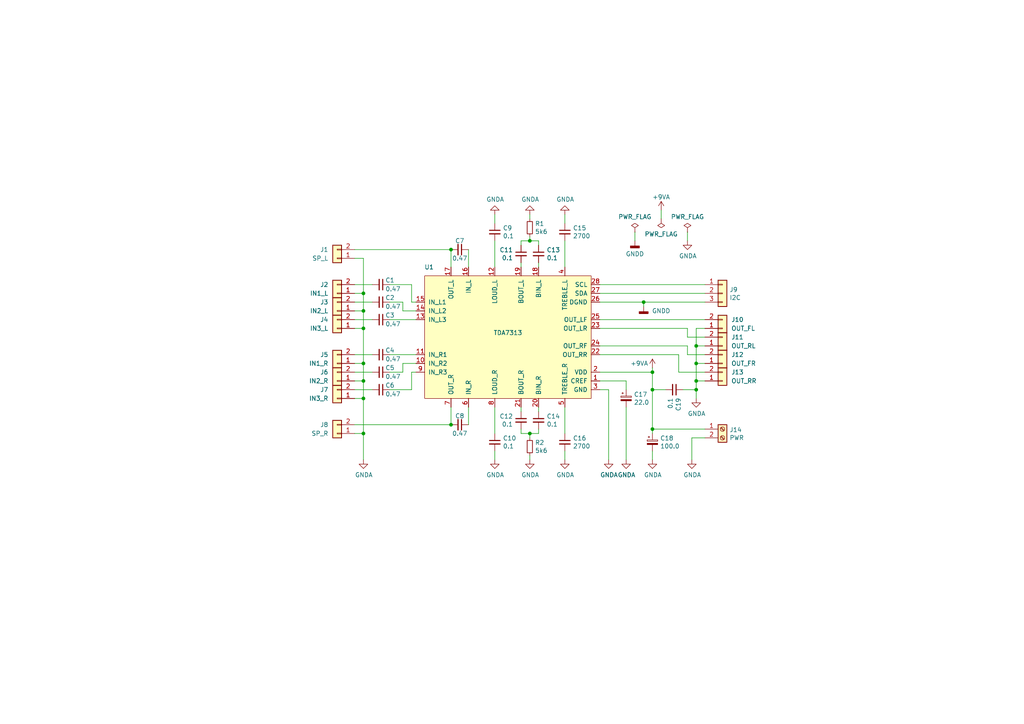
<source format=kicad_sch>
(kicad_sch (version 20230121) (generator eeschema)
  (paper "A4")
  (lib_symbols
    (symbol "Connector:Screw_Terminal_01x02" (pin_names (offset 1.016) hide)
      (property "Reference" "J" (at 0 2.54 0))
      (property "Value" "Screw_Terminal_01x02" (at 0 -5.08 0))
      (symbol "Screw_Terminal_01x02_1_1"
        (rectangle (start -1.27 1.27) (end 1.27 -3.81) (stroke (width 0.254)) (fill (type background)))
        (circle (center 0 -2.54) (radius 0.635) (stroke (width 0.1524)))
        (polyline (pts (xy -0.5334 -2.2098) (xy 0.3302 -3.048)) (stroke (width 0.1524)))
        (polyline (pts (xy -0.5334 0.3302) (xy 0.3302 -0.508)) (stroke (width 0.1524)))
        (polyline (pts (xy -0.3556 -2.032) (xy 0.508 -2.8702)) (stroke (width 0.1524)))
        (polyline (pts (xy -0.3556 0.508) (xy 0.508 -0.3302)) (stroke (width 0.1524)))
        (circle (center 0 0) (radius 0.635) (stroke (width 0.1524)))
        (pin passive line (at -5.08 0 0) (length 3.81) (name "Pin_1") (number "1"))
        (pin passive line (at -5.08 -2.54 0) (length 3.81) (name "Pin_2") (number "2"))
      )
    )
    (symbol "Connector_Generic:Conn_01x02" (pin_names (offset 1.016) hide)
      (property "Reference" "J" (at 0 2.54 0))
      (property "Value" "Conn_01x02" (at 0 -5.08 0))
      (symbol "Conn_01x02_1_1"
        (rectangle (start -1.27 -2.413) (end 0 -2.667) (stroke (width 0.1524)))
        (rectangle (start -1.27 0.127) (end 0 -0.127) (stroke (width 0.1524)))
        (rectangle (start -1.27 1.27) (end 1.27 -3.81) (stroke (width 0.254)) (fill (type background)))
        (pin passive line (at -5.08 0 0) (length 3.81) (name "Pin_1") (number "1"))
        (pin passive line (at -5.08 -2.54 0) (length 3.81) (name "Pin_2") (number "2"))
      )
    )
    (symbol "Connector_Generic:Conn_01x03" (pin_names (offset 1.016) hide)
      (property "Reference" "J" (at 0 5.08 0))
      (property "Value" "Conn_01x03" (at 0 -5.08 0))
      (symbol "Conn_01x03_1_1"
        (rectangle (start -1.27 -2.413) (end 0 -2.667) (stroke (width 0.1524)))
        (rectangle (start -1.27 0.127) (end 0 -0.127) (stroke (width 0.1524)))
        (rectangle (start -1.27 2.667) (end 0 2.413) (stroke (width 0.1524)))
        (rectangle (start -1.27 3.81) (end 1.27 -3.81) (stroke (width 0.254)) (fill (type background)))
        (pin passive line (at -5.08 2.54 0) (length 3.81) (name "Pin_1") (number "1"))
        (pin passive line (at -5.08 0 0) (length 3.81) (name "Pin_2") (number "2"))
        (pin passive line (at -5.08 -2.54 0) (length 3.81) (name "Pin_3") (number "3"))
      )
    )
    (symbol "Device:C_Polarized_Small" (pin_numbers hide) (pin_names (offset 0.254) hide)
      (property "Reference" "C" (at 0.254 1.778 0))
      (property "Value" "C_Polarized_Small" (at 0.254 -2.032 0))
      (symbol "C_Polarized_Small_0_1"
        (rectangle (start -1.524 -0.3048) (end 1.524 -0.6858) (fill (type outline)))
        (rectangle (start -1.524 0.6858) (end 1.524 0.3048))
        (polyline (pts (xy -1.27 1.524) (xy -0.762 1.524)))
        (polyline (pts (xy -1.016 1.27) (xy -1.016 1.778)))
      )
      (symbol "C_Polarized_Small_1_1"
        (pin passive line (at 0 2.54 270) (length 1.8542) (name "~") (number "1"))
        (pin passive line (at 0 -2.54 90) (length 1.8542) (name "~") (number "2"))
      )
    )
    (symbol "Device:C_Small" (pin_numbers hide) (pin_names (offset 0.254) hide)
      (property "Reference" "C" (at 0.254 1.778 0))
      (property "Value" "C_Small" (at 0.254 -2.032 0))
      (symbol "C_Small_0_1"
        (polyline (pts (xy -1.524 -0.508) (xy 1.524 -0.508)) (stroke (width 0.3302)))
        (polyline (pts (xy -1.524 0.508) (xy 1.524 0.508)) (stroke (width 0.3048)))
      )
      (symbol "C_Small_1_1"
        (pin passive line (at 0 2.54 270) (length 2.032) (name "~") (number "1"))
        (pin passive line (at 0 -2.54 90) (length 2.032) (name "~") (number "2"))
      )
    )
    (symbol "Device:R_Small" (pin_numbers hide) (pin_names (offset 0.254) hide)
      (property "Reference" "R" (at 0.762 0.508 0))
      (property "Value" "R_Small" (at 0.762 -1.016 0))
      (symbol "R_Small_0_1"
        (rectangle (start -0.762 1.778) (end 0.762 -1.778) (stroke (width 0.2032)))
      )
      (symbol "R_Small_1_1"
        (pin passive line (at 0 2.54 270) (length 0.762) (name "~") (number "1"))
        (pin passive line (at 0 -2.54 90) (length 0.762) (name "~") (number "2"))
      )
    )
    (symbol "ampcontrol-f103:TDA7313" (pin_names (offset 1.016))
      (property "Reference" "U" (at 19.05 19.05 0))
      (property "Value" "TDA7313" (at 0 0 0))
      (symbol "TDA7313_0_1"
        (rectangle (start -24.13 17.78) (end 24.13 -17.78) (fill (type background)))
      )
      (symbol "TDA7313_1_1"
        (pin passive line (at 26.67 -12.7 180) (length 2.54) (name "CREF") (number "1"))
        (pin input line (at -26.67 -7.62 0) (length 2.54) (name "IN_R2") (number "10"))
        (pin input line (at -26.67 -5.08 0) (length 2.54) (name "IN_R1") (number "11"))
        (pin passive line (at -3.81 20.32 270) (length 2.54) (name "LOUD_L") (number "12"))
        (pin input line (at -26.67 5.08 0) (length 2.54) (name "IN_L3") (number "13"))
        (pin input line (at -26.67 7.62 0) (length 2.54) (name "IN_L2") (number "14"))
        (pin input line (at -26.67 10.16 0) (length 2.54) (name "IN_L1") (number "15"))
        (pin input line (at -11.43 20.32 270) (length 2.54) (name "IN_L") (number "16"))
        (pin output line (at -16.51 20.32 270) (length 2.54) (name "OUT_L") (number "17"))
        (pin input line (at 8.89 20.32 270) (length 2.54) (name "BIN_L") (number "18"))
        (pin output line (at 3.81 20.32 270) (length 2.54) (name "BOUT_L") (number "19"))
        (pin power_in line (at 26.67 -10.16 180) (length 2.54) (name "VDD") (number "2"))
        (pin input line (at 8.89 -20.32 90) (length 2.54) (name "BIN_R") (number "20"))
        (pin output line (at 3.81 -20.32 90) (length 2.54) (name "BOUT_R") (number "21"))
        (pin output line (at 26.67 -5.08 180) (length 2.54) (name "OUT_RR") (number "22"))
        (pin output line (at 26.67 2.54 180) (length 2.54) (name "OUT_LR") (number "23"))
        (pin output line (at 26.67 -2.54 180) (length 2.54) (name "OUT_RF") (number "24"))
        (pin output line (at 26.67 5.08 180) (length 2.54) (name "OUT_LF") (number "25"))
        (pin power_in line (at 26.67 10.16 180) (length 2.54) (name "DGND") (number "26"))
        (pin open_collector line (at 26.67 12.7 180) (length 2.54) (name "SDA") (number "27"))
        (pin open_collector line (at 26.67 15.24 180) (length 2.54) (name "SCL") (number "28"))
        (pin power_in line (at 26.67 -15.24 180) (length 2.54) (name "GND") (number "3"))
        (pin passive line (at 16.51 20.32 270) (length 2.54) (name "TREBLE_L") (number "4"))
        (pin passive line (at 16.51 -20.32 90) (length 2.54) (name "TREBLE_R") (number "5"))
        (pin input line (at -11.43 -20.32 90) (length 2.54) (name "IN_R") (number "6"))
        (pin output line (at -16.51 -20.32 90) (length 2.54) (name "OUT_R") (number "7"))
        (pin passive line (at -3.81 -20.32 90) (length 2.54) (name "LOUD_R") (number "8"))
        (pin input line (at -26.67 -10.16 0) (length 2.54) (name "IN_R3") (number "9"))
      )
    )
    (symbol "power:+9VA" (power) (pin_names (offset 0))
      (property "Value" "+9VA" (at 0 3.81 0))
      (symbol "+9VA_0_1"
        (polyline (pts (xy -0.762 1.27) (xy 0 2.54)))
        (polyline (pts (xy 0 0) (xy 0 2.54)))
        (polyline (pts (xy 0 2.54) (xy 0.762 1.27)))
      )
      (symbol "+9VA_1_1"
        (pin power_in line (at 0 0 90) (length 0) hide (name "+9VA") (number "1"))
      )
    )
    (symbol "power:GNDA" (power) (pin_names (offset 0))
      (property "Value" "GNDA" (at 0 -3.81 0))
      (symbol "GNDA_0_1"
        (polyline (pts (xy 0 0) (xy 0 -1.27) (xy 1.27 -1.27) (xy 0 -2.54) (xy -1.27 -1.27) (xy 0 -1.27)))
      )
      (symbol "GNDA_1_1"
        (pin power_in line (at 0 0 270) (length 0) hide (name "GNDA") (number "1"))
      )
    )
    (symbol "power:GNDD" (power) (pin_names (offset 0))
      (property "Value" "GNDD" (at 0 -3.175 0))
      (symbol "GNDD_0_1"
        (rectangle (start -1.27 -1.524) (end 1.27 -2.032) (stroke (width 0.254)) (fill (type outline)))
        (polyline (pts (xy 0 0) (xy 0 -1.524)))
      )
      (symbol "GNDD_1_1"
        (pin power_in line (at 0 0 270) (length 0) hide (name "GNDD") (number "1"))
      )
    )
    (symbol "power:PWR_FLAG" (power) (pin_numbers hide) (pin_names (offset 0) hide)
      (property "Value" "PWR_FLAG" (at 0 3.81 0))
      (symbol "PWR_FLAG_0_0"
        (pin power_out line (at 0 0 90) (length 0) (name "pwr") (number "1"))
      )
      (symbol "PWR_FLAG_0_1"
        (polyline (pts (xy 0 0) (xy 0 1.27) (xy -1.016 1.905) (xy 0 2.54) (xy 1.016 1.905) (xy 0 1.27)))
      )
    )
  )
  (junction (at 105.41 85.09))
  (junction (at 105.41 95.25))
  (junction (at 130.81 72.39))
  (junction (at 153.67 69.85))
  (junction (at 105.41 105.41))
  (junction (at 130.81 123.19))
  (junction (at 189.23 113.03))
  (junction (at 201.93 100.33))
  (junction (at 189.23 124.46))
  (junction (at 201.93 113.03))
  (junction (at 105.41 125.73))
  (junction (at 105.41 90.17))
  (junction (at 105.41 110.49))
  (junction (at 201.93 110.49))
  (junction (at 153.67 125.73))
  (junction (at 105.41 115.57))
  (junction (at 186.69 87.63))
  (junction (at 201.93 105.41))
  (junction (at 189.23 107.95))
  (wire (pts (xy 153.67 133.35) (xy 153.67 132.08)))
  (wire (pts (xy 105.41 95.25) (xy 105.41 105.41)))
  (wire (pts (xy 151.13 124.46) (xy 151.13 125.73)))
  (wire (pts (xy 173.99 87.63) (xy 186.69 87.63)))
  (wire (pts (xy 153.67 68.58) (xy 153.67 69.85)))
  (wire (pts (xy 201.93 110.49) (xy 204.47 110.49)))
  (wire (pts (xy 120.65 105.41) (xy 116.84 105.41)))
  (wire (pts (xy 176.53 113.03) (xy 173.99 113.03)))
  (wire (pts (xy 107.95 102.87) (xy 102.87 102.87)))
  (wire (pts (xy 102.87 85.09) (xy 105.41 85.09)))
  (wire (pts (xy 201.93 105.41) (xy 201.93 110.49)))
  (wire (pts (xy 116.84 87.63) (xy 113.03 87.63)))
  (wire (pts (xy 102.87 107.95) (xy 107.95 107.95)))
  (wire (pts (xy 204.47 124.46) (xy 189.23 124.46)))
  (wire (pts (xy 107.95 113.03) (xy 102.87 113.03)))
  (wire (pts (xy 189.23 113.03) (xy 189.23 107.95)))
  (wire (pts (xy 105.41 115.57) (xy 102.87 115.57)))
  (wire (pts (xy 186.69 88.9) (xy 186.69 87.63)))
  (wire (pts (xy 105.41 85.09) (xy 105.41 90.17)))
  (wire (pts (xy 184.15 67.31) (xy 184.15 69.85)))
  (wire (pts (xy 130.81 72.39) (xy 102.87 72.39)))
  (wire (pts (xy 191.77 60.96) (xy 191.77 63.5)))
  (wire (pts (xy 119.38 82.55) (xy 113.03 82.55)))
  (wire (pts (xy 102.87 105.41) (xy 105.41 105.41)))
  (wire (pts (xy 163.83 77.47) (xy 163.83 69.85)))
  (wire (pts (xy 120.65 87.63) (xy 119.38 87.63)))
  (wire (pts (xy 143.51 133.35) (xy 143.51 130.81)))
  (wire (pts (xy 163.83 125.73) (xy 163.83 118.11)))
  (wire (pts (xy 201.93 110.49) (xy 201.93 113.03)))
  (wire (pts (xy 102.87 74.93) (xy 105.41 74.93)))
  (wire (pts (xy 113.03 113.03) (xy 119.38 113.03)))
  (wire (pts (xy 151.13 125.73) (xy 153.67 125.73)))
  (wire (pts (xy 200.66 127) (xy 204.47 127)))
  (wire (pts (xy 189.23 125.73) (xy 189.23 124.46)))
  (wire (pts (xy 198.12 113.03) (xy 201.93 113.03)))
  (wire (pts (xy 143.51 118.11) (xy 143.51 125.73)))
  (wire (pts (xy 204.47 100.33) (xy 201.93 100.33)))
  (wire (pts (xy 105.41 133.35) (xy 105.41 125.73)))
  (wire (pts (xy 105.41 125.73) (xy 105.41 115.57)))
  (wire (pts (xy 135.89 123.19) (xy 135.89 118.11)))
  (wire (pts (xy 153.67 125.73) (xy 156.21 125.73)))
  (wire (pts (xy 105.41 105.41) (xy 105.41 110.49)))
  (wire (pts (xy 199.39 95.25) (xy 199.39 97.79)))
  (wire (pts (xy 119.38 87.63) (xy 119.38 82.55)))
  (wire (pts (xy 200.66 133.35) (xy 200.66 127)))
  (wire (pts (xy 151.13 76.2) (xy 151.13 77.47)))
  (wire (pts (xy 135.89 77.47) (xy 135.89 72.39)))
  (wire (pts (xy 102.87 110.49) (xy 105.41 110.49)))
  (wire (pts (xy 143.51 69.85) (xy 143.51 77.47)))
  (wire (pts (xy 107.95 87.63) (xy 102.87 87.63)))
  (wire (pts (xy 156.21 69.85) (xy 153.67 69.85)))
  (wire (pts (xy 153.67 63.5) (xy 153.67 62.23)))
  (wire (pts (xy 156.21 119.38) (xy 156.21 118.11)))
  (wire (pts (xy 173.99 92.71) (xy 204.47 92.71)))
  (wire (pts (xy 201.93 95.25) (xy 201.93 100.33)))
  (wire (pts (xy 173.99 100.33) (xy 199.39 100.33)))
  (wire (pts (xy 156.21 71.12) (xy 156.21 69.85)))
  (wire (pts (xy 199.39 102.87) (xy 204.47 102.87)))
  (wire (pts (xy 120.65 92.71) (xy 113.03 92.71)))
  (wire (pts (xy 189.23 133.35) (xy 189.23 130.81)))
  (wire (pts (xy 163.83 133.35) (xy 163.83 130.81)))
  (wire (pts (xy 181.61 110.49) (xy 173.99 110.49)))
  (wire (pts (xy 119.38 107.95) (xy 120.65 107.95)))
  (wire (pts (xy 189.23 106.68) (xy 189.23 107.95)))
  (wire (pts (xy 204.47 105.41) (xy 201.93 105.41)))
  (wire (pts (xy 119.38 113.03) (xy 119.38 107.95)))
  (wire (pts (xy 181.61 113.03) (xy 181.61 110.49)))
  (wire (pts (xy 120.65 102.87) (xy 113.03 102.87)))
  (wire (pts (xy 176.53 133.35) (xy 176.53 113.03)))
  (wire (pts (xy 189.23 124.46) (xy 189.23 113.03)))
  (wire (pts (xy 102.87 123.19) (xy 130.81 123.19)))
  (wire (pts (xy 196.85 107.95) (xy 204.47 107.95)))
  (wire (pts (xy 116.84 105.41) (xy 116.84 107.95)))
  (wire (pts (xy 116.84 107.95) (xy 113.03 107.95)))
  (wire (pts (xy 204.47 95.25) (xy 201.93 95.25)))
  (wire (pts (xy 102.87 90.17) (xy 105.41 90.17)))
  (wire (pts (xy 105.41 110.49) (xy 105.41 115.57)))
  (wire (pts (xy 120.65 90.17) (xy 116.84 90.17)))
  (wire (pts (xy 181.61 133.35) (xy 181.61 118.11)))
  (wire (pts (xy 107.95 82.55) (xy 102.87 82.55)))
  (wire (pts (xy 153.67 127) (xy 153.67 125.73)))
  (wire (pts (xy 201.93 100.33) (xy 201.93 105.41)))
  (wire (pts (xy 193.04 113.03) (xy 189.23 113.03)))
  (wire (pts (xy 102.87 125.73) (xy 105.41 125.73)))
  (wire (pts (xy 143.51 62.23) (xy 143.51 64.77)))
  (wire (pts (xy 156.21 76.2) (xy 156.21 77.47)))
  (wire (pts (xy 199.39 97.79) (xy 204.47 97.79)))
  (wire (pts (xy 173.99 95.25) (xy 199.39 95.25)))
  (wire (pts (xy 204.47 85.09) (xy 173.99 85.09)))
  (wire (pts (xy 105.41 74.93) (xy 105.41 85.09)))
  (wire (pts (xy 201.93 113.03) (xy 201.93 115.57)))
  (wire (pts (xy 156.21 125.73) (xy 156.21 124.46)))
  (wire (pts (xy 153.67 69.85) (xy 151.13 69.85)))
  (wire (pts (xy 186.69 87.63) (xy 204.47 87.63)))
  (wire (pts (xy 163.83 62.23) (xy 163.83 64.77)))
  (wire (pts (xy 173.99 82.55) (xy 204.47 82.55)))
  (wire (pts (xy 196.85 102.87) (xy 196.85 107.95)))
  (wire (pts (xy 173.99 102.87) (xy 196.85 102.87)))
  (wire (pts (xy 107.95 92.71) (xy 102.87 92.71)))
  (wire (pts (xy 102.87 95.25) (xy 105.41 95.25)))
  (wire (pts (xy 199.39 69.85) (xy 199.39 67.31)))
  (wire (pts (xy 199.39 100.33) (xy 199.39 102.87)))
  (wire (pts (xy 130.81 123.19) (xy 130.81 118.11)))
  (wire (pts (xy 189.23 107.95) (xy 173.99 107.95)))
  (wire (pts (xy 130.81 72.39) (xy 130.81 77.47)))
  (wire (pts (xy 116.84 90.17) (xy 116.84 87.63)))
  (wire (pts (xy 105.41 90.17) (xy 105.41 95.25)))
  (wire (pts (xy 151.13 118.11) (xy 151.13 119.38)))
  (wire (pts (xy 151.13 71.12) (xy 151.13 69.85)))
  (symbol (lib_id "Device:C_Small") (at 110.49 82.55 270) (unit 1)
    (property "Reference" "C1" (at 111.76 81.28 90) (effects (justify left)))
    (property "Value" "0.47" (at 111.76 83.82 90) (effects (justify left)))
    (property "Footprint" "Capacitor_THT:C_Rect_L13.0mm_W8.0mm_P10.00mm_FKS3_FKP3_MKS4" (effects hide))
  )
  (symbol (lib_id "Device:C_Small") (at 143.51 128.27 0) (unit 1)
    (property "Reference" "C10" (at 145.8468 127.1016 0) (effects (justify left)))
    (property "Value" "0.1" (at 145.8468 129.413 0) (effects (justify left)))
    (property "Footprint" "Capacitor_THT:C_Rect_L13.0mm_W4.0mm_P10.00mm_FKS3_FKP3_MKS4" (effects hide))
  )
  (symbol (lib_id "Device:C_Small") (at 133.35 123.19 270) (unit 1)
    (property "Reference" "C8" (at 133.35 120.65 90))
    (property "Value" "0.47" (at 133.35 125.73 90))
    (property "Footprint" "Capacitor_THT:C_Rect_L13.0mm_W8.0mm_P10.00mm_FKS3_FKP3_MKS4" (effects hide))
  )
  (symbol (lib_id "Device:C_Small") (at 110.49 87.63 270) (unit 1)
    (property "Reference" "C2" (at 111.76 86.36 90) (effects (justify left)))
    (property "Value" "0.47" (at 111.76 88.9 90) (effects (justify left)))
    (property "Footprint" "Capacitor_THT:C_Rect_L13.0mm_W8.0mm_P10.00mm_FKS3_FKP3_MKS4" (effects hide))
  )
  (symbol (lib_id "Device:C_Small") (at 110.49 92.71 270) (unit 1)
    (property "Reference" "C3" (at 111.76 91.44 90) (effects (justify left)))
    (property "Value" "0.47" (at 111.76 93.98 90) (effects (justify left)))
    (property "Footprint" "Capacitor_THT:C_Rect_L13.0mm_W8.0mm_P10.00mm_FKS3_FKP3_MKS4" (effects hide))
  )
  (symbol (lib_id "Device:C_Small") (at 110.49 102.87 270) (unit 1)
    (property "Reference" "C4" (at 111.76 101.6 90) (effects (justify left)))
    (property "Value" "0.47" (at 111.76 104.14 90) (effects (justify left)))
    (property "Footprint" "Capacitor_THT:C_Rect_L13.0mm_W8.0mm_P10.00mm_FKS3_FKP3_MKS4" (effects hide))
  )
  (symbol (lib_id "Device:C_Small") (at 110.49 107.95 270) (unit 1)
    (property "Reference" "C5" (at 111.76 106.68 90) (effects (justify left)))
    (property "Value" "0.47" (at 111.76 109.22 90) (effects (justify left)))
    (property "Footprint" "Capacitor_THT:C_Rect_L13.0mm_W8.0mm_P10.00mm_FKS3_FKP3_MKS4" (effects hide))
  )
  (symbol (lib_id "Device:C_Small") (at 110.49 113.03 270) (unit 1)
    (property "Reference" "C6" (at 111.76 111.76 90) (effects (justify left)))
    (property "Value" "0.47" (at 111.76 114.3 90) (effects (justify left)))
    (property "Footprint" "Capacitor_THT:C_Rect_L13.0mm_W8.0mm_P10.00mm_FKS3_FKP3_MKS4" (effects hide))
  )
  (symbol (lib_id "Device:R_Small") (at 153.67 66.04 0) (unit 1)
    (property "Reference" "R1" (at 155.1686 64.8716 0) (effects (justify left)))
    (property "Value" "5k6" (at 155.1686 67.183 0) (effects (justify left)))
    (property "Footprint" "Resistor_SMD:R_1206_3216Metric_Pad1.42x1.75mm_HandSolder" (effects hide))
  )
  (symbol (lib_id "ampcontrol-f103:TDA7313") (at 147.32 97.79 0) (unit 1)
    (property "Reference" "U1" (at 124.46 77.47 0))
    (property "Value" "TDA7313" (at 147.32 96.52 0))
    (property "Footprint" "Package_SO:SOIC-28W_7.5x17.9mm_P1.27mm" (effects hide))
  )
  (symbol (lib_id "Device:C_Small") (at 163.83 67.31 0) (unit 1)
    (property "Reference" "C15" (at 166.1668 66.1416 0) (effects (justify left)))
    (property "Value" "2700" (at 166.1668 68.453 0) (effects (justify left)))
    (property "Footprint" "Capacitor_THT:C_Disc_D4.7mm_W2.5mm_P5.00mm" (effects hide))
  )
  (symbol (lib_id "Device:C_Small") (at 143.51 67.31 0) (unit 1)
    (property "Reference" "C9" (at 145.8468 66.1416 0) (effects (justify left)))
    (property "Value" "0.1" (at 145.8468 68.453 0) (effects (justify left)))
    (property "Footprint" "Capacitor_THT:C_Rect_L13.0mm_W4.0mm_P10.00mm_FKS3_FKP3_MKS4" (effects hide))
  )
  (symbol (lib_id "Device:C_Small") (at 151.13 73.66 0) (mirror y) (unit 1)
    (property "Reference" "C11" (at 148.7932 72.4916 0) (effects (justify left)))
    (property "Value" "0.1" (at 148.7932 74.803 0) (effects (justify left)))
    (property "Footprint" "Capacitor_THT:C_Rect_L13.0mm_W4.0mm_P10.00mm_FKS3_FKP3_MKS4" (effects hide))
  )
  (symbol (lib_id "Device:C_Small") (at 156.21 73.66 0) (unit 1)
    (property "Reference" "C13" (at 158.5468 72.4916 0) (effects (justify left)))
    (property "Value" "0.1" (at 158.5468 74.803 0) (effects (justify left)))
    (property "Footprint" "Capacitor_THT:C_Rect_L13.0mm_W4.0mm_P10.00mm_FKS3_FKP3_MKS4" (effects hide))
  )
  (symbol (lib_id "Device:C_Small") (at 163.83 128.27 0) (unit 1)
    (property "Reference" "C16" (at 166.1668 127.1016 0) (effects (justify left)))
    (property "Value" "2700" (at 166.1668 129.413 0) (effects (justify left)))
    (property "Footprint" "Capacitor_THT:C_Disc_D4.7mm_W2.5mm_P5.00mm" (effects hide))
  )
  (symbol (lib_id "Device:C_Small") (at 156.21 121.92 0) (unit 1)
    (property "Reference" "C14" (at 158.5468 120.7516 0) (effects (justify left)))
    (property "Value" "0.1" (at 158.5468 123.063 0) (effects (justify left)))
    (property "Footprint" "Capacitor_THT:C_Rect_L13.0mm_W4.0mm_P10.00mm_FKS3_FKP3_MKS4" (effects hide))
  )
  (symbol (lib_id "Device:C_Small") (at 151.13 121.92 0) (mirror y) (unit 1)
    (property "Reference" "C12" (at 148.7932 120.7516 0) (effects (justify left)))
    (property "Value" "0.1" (at 148.7932 123.063 0) (effects (justify left)))
    (property "Footprint" "Capacitor_THT:C_Rect_L13.0mm_W4.0mm_P10.00mm_FKS3_FKP3_MKS4" (effects hide))
  )
  (symbol (lib_id "Device:R_Small") (at 153.67 129.54 0) (unit 1)
    (property "Reference" "R2" (at 155.1686 128.3716 0) (effects (justify left)))
    (property "Value" "5k6" (at 155.1686 130.683 0) (effects (justify left)))
    (property "Footprint" "Resistor_SMD:R_1206_3216Metric_Pad1.42x1.75mm_HandSolder" (effects hide))
  )
  (symbol (lib_id "power:GNDA") (at 153.67 133.35 0) (unit 1)
    (property "Reference" "#PWR04" (effects hide))
    (property "Value" "GNDA" (at 153.797 137.7442 0))
  )
  (symbol (lib_id "power:GNDA") (at 143.51 133.35 0) (unit 1)
    (property "Reference" "#PWR02" (effects hide))
    (property "Value" "GNDA" (at 143.637 137.7442 0))
  )
  (symbol (lib_id "power:GNDA") (at 163.83 133.35 0) (unit 1)
    (property "Reference" "#PWR06" (effects hide))
    (property "Value" "GNDA" (at 163.957 137.7442 0))
  )
  (symbol (lib_id "power:GNDA") (at 153.67 62.23 0) (mirror x) (unit 1)
    (property "Reference" "#PWR03" (effects hide))
    (property "Value" "GNDA" (at 153.797 57.8358 0))
  )
  (symbol (lib_id "power:GNDA") (at 143.51 62.23 0) (mirror x) (unit 1)
    (property "Reference" "#PWR01" (effects hide))
    (property "Value" "GNDA" (at 143.637 57.8358 0))
  )
  (symbol (lib_id "power:GNDA") (at 163.83 62.23 0) (mirror x) (unit 1)
    (property "Reference" "#PWR05" (effects hide))
    (property "Value" "GNDA" (at 163.957 57.8358 0))
  )
  (symbol (lib_id "Device:C_Polarized_Small") (at 181.61 115.57 0) (unit 1)
    (property "Reference" "C17" (at 183.8452 114.4016 0) (effects (justify left)))
    (property "Value" "22.0" (at 183.8452 116.713 0) (effects (justify left)))
    (property "Footprint" "Capacitor_THT:CP_Radial_D6.3mm_P2.50mm" (effects hide))
  )
  (symbol (lib_id "power:GNDA") (at 176.53 133.35 0) (unit 1)
    (property "Reference" "#PWR08" (effects hide))
    (property "Value" "GNDA" (at 176.657 137.7442 0))
  )
  (symbol (lib_id "power:GNDA") (at 181.61 133.35 0) (unit 1)
    (property "Reference" "#PWR09" (effects hide))
    (property "Value" "GNDA" (at 181.737 137.7442 0))
  )
  (symbol (lib_id "Device:C_Polarized_Small") (at 189.23 128.27 0) (unit 1)
    (property "Reference" "C18" (at 191.4652 127.1016 0) (effects (justify left)))
    (property "Value" "100.0" (at 191.4652 129.413 0) (effects (justify left)))
    (property "Footprint" "Capacitor_THT:CP_Radial_D6.3mm_P2.50mm" (effects hide))
  )
  (symbol (lib_id "power:GNDA") (at 189.23 133.35 0) (unit 1)
    (property "Reference" "#PWR010" (effects hide))
    (property "Value" "GNDA" (at 189.357 137.7442 0))
  )
  (symbol (lib_id "Device:C_Small") (at 133.35 72.39 270) (unit 1)
    (property "Reference" "C7" (at 133.35 69.85 90))
    (property "Value" "0.47" (at 133.35 74.93 90))
    (property "Footprint" "Capacitor_THT:C_Rect_L13.0mm_W8.0mm_P10.00mm_FKS3_FKP3_MKS4" (effects hide))
  )
  (symbol (lib_id "Connector_Generic:Conn_01x02") (at 97.79 85.09 180) (unit 1)
    (property "Reference" "J2" (at 95.25 82.55 0) (effects (justify left)))
    (property "Value" "IN1_L" (at 95.25 85.09 0) (effects (justify left)))
    (property "Footprint" "Connector_PinHeader_2.54mm:PinHeader_1x02_P2.54mm_Vertical" (effects hide))
  )
  (symbol (lib_id "Connector_Generic:Conn_01x02") (at 97.79 90.17 180) (unit 1)
    (property "Reference" "J3" (at 95.25 87.63 0) (effects (justify left)))
    (property "Value" "IN2_L" (at 95.25 90.17 0) (effects (justify left)))
    (property "Footprint" "Connector_PinHeader_2.54mm:PinHeader_1x02_P2.54mm_Vertical" (effects hide))
  )
  (symbol (lib_id "Connector_Generic:Conn_01x02") (at 97.79 95.25 180) (unit 1)
    (property "Reference" "J4" (at 95.25 92.71 0) (effects (justify left)))
    (property "Value" "IN3_L" (at 95.25 95.25 0) (effects (justify left)))
    (property "Footprint" "Connector_PinHeader_2.54mm:PinHeader_1x02_P2.54mm_Vertical" (effects hide))
  )
  (symbol (lib_id "Connector_Generic:Conn_01x02") (at 97.79 105.41 180) (unit 1)
    (property "Reference" "J5" (at 95.25 102.87 0) (effects (justify left)))
    (property "Value" "IN1_R" (at 95.25 105.41 0) (effects (justify left)))
    (property "Footprint" "Connector_PinHeader_2.54mm:PinHeader_1x02_P2.54mm_Vertical" (effects hide))
  )
  (symbol (lib_id "Connector_Generic:Conn_01x02") (at 97.79 110.49 180) (unit 1)
    (property "Reference" "J6" (at 95.25 107.95 0) (effects (justify left)))
    (property "Value" "IN2_R" (at 95.25 110.49 0) (effects (justify left)))
    (property "Footprint" "Connector_PinHeader_2.54mm:PinHeader_1x02_P2.54mm_Vertical" (effects hide))
  )
  (symbol (lib_id "Connector_Generic:Conn_01x02") (at 97.79 115.57 180) (unit 1)
    (property "Reference" "J7" (at 95.25 113.03 0) (effects (justify left)))
    (property "Value" "IN3_R" (at 95.25 115.57 0) (effects (justify left)))
    (property "Footprint" "Connector_PinHeader_2.54mm:PinHeader_1x02_P2.54mm_Vertical" (effects hide))
  )
  (symbol (lib_id "power:GNDA") (at 105.41 133.35 0) (unit 1)
    (property "Reference" "#PWR07" (effects hide))
    (property "Value" "GNDA" (at 105.537 137.7442 0))
  )
  (symbol (lib_id "Connector_Generic:Conn_01x02") (at 209.55 95.25 0) (mirror x) (unit 1)
    (property "Reference" "J10" (at 212.09 92.71 0) (effects (justify left)))
    (property "Value" "OUT_FL" (at 212.09 95.25 0) (effects (justify left)))
    (property "Footprint" "Connector_PinHeader_2.54mm:PinHeader_1x02_P2.54mm_Vertical" (effects hide))
  )
  (symbol (lib_id "Connector_Generic:Conn_01x02") (at 209.55 100.33 0) (mirror x) (unit 1)
    (property "Reference" "J11" (at 212.09 97.79 0) (effects (justify left)))
    (property "Value" "OUT_RL" (at 212.09 100.33 0) (effects (justify left)))
    (property "Footprint" "Connector_PinHeader_2.54mm:PinHeader_1x02_P2.54mm_Vertical" (effects hide))
  )
  (symbol (lib_id "Connector_Generic:Conn_01x02") (at 209.55 105.41 0) (mirror x) (unit 1)
    (property "Reference" "J12" (at 212.09 102.87 0) (effects (justify left)))
    (property "Value" "OUT_FR" (at 212.09 105.41 0) (effects (justify left)))
    (property "Footprint" "Connector_PinHeader_2.54mm:PinHeader_1x02_P2.54mm_Vertical" (effects hide))
  )
  (symbol (lib_id "Connector_Generic:Conn_01x02") (at 209.55 110.49 0) (mirror x) (unit 1)
    (property "Reference" "J13" (at 212.09 107.95 0) (effects (justify left)))
    (property "Value" "OUT_RR" (at 212.09 110.49 0) (effects (justify left)))
    (property "Footprint" "Connector_PinHeader_2.54mm:PinHeader_1x02_P2.54mm_Vertical" (effects hide))
  )
  (symbol (lib_id "power:GNDA") (at 201.93 115.57 0) (unit 1)
    (property "Reference" "#PWR012" (effects hide))
    (property "Value" "GNDA" (at 202.057 119.9642 0))
  )
  (symbol (lib_id "Connector_Generic:Conn_01x03") (at 209.55 85.09 0) (unit 1)
    (property "Reference" "J9" (at 211.582 84.0232 0) (effects (justify left)))
    (property "Value" "I2C" (at 211.582 86.3346 0) (effects (justify left)))
    (property "Footprint" "Connector_PinHeader_2.54mm:PinHeader_1x03_P2.54mm_Vertical" (effects hide))
  )
  (symbol (lib_id "power:GNDD") (at 186.69 88.9 0) (unit 1)
    (property "Reference" "#PWR011" (effects hide))
    (property "Value" "GNDD" (at 191.77 90.17 0))
  )
  (symbol (lib_id "Connector_Generic:Conn_01x02") (at 97.79 74.93 180) (unit 1)
    (property "Reference" "J1" (at 95.25 72.39 0) (effects (justify left)))
    (property "Value" "SP_L" (at 95.25 74.93 0) (effects (justify left)))
    (property "Footprint" "Connector_PinHeader_2.54mm:PinHeader_1x02_P2.54mm_Vertical" (effects hide))
  )
  (symbol (lib_id "Connector_Generic:Conn_01x02") (at 97.79 125.73 180) (unit 1)
    (property "Reference" "J8" (at 95.25 123.19 0) (effects (justify left)))
    (property "Value" "SP_R" (at 95.25 125.73 0) (effects (justify left)))
    (property "Footprint" "Connector_PinHeader_2.54mm:PinHeader_1x02_P2.54mm_Vertical" (effects hide))
  )
  (symbol (lib_id "Device:C_Small") (at 195.58 113.03 270) (unit 1)
    (property "Reference" "C19" (at 196.7484 115.3668 0) (effects (justify left)))
    (property "Value" "0.1" (at 194.437 115.3668 0) (effects (justify left)))
    (property "Footprint" "Capacitor_SMD:C_1206_3216Metric_Pad1.42x1.75mm_HandSolder" (effects hide))
  )
  (symbol (lib_id "power:GNDA") (at 200.66 133.35 0) (unit 1)
    (property "Reference" "#PWR013" (effects hide))
    (property "Value" "GNDA" (at 200.787 137.7442 0))
  )
  (symbol (lib_id "Connector:Screw_Terminal_01x02") (at 209.55 124.46 0) (unit 1)
    (property "Reference" "J14" (at 211.582 124.6632 0) (effects (justify left)))
    (property "Value" "PWR" (at 211.582 126.9746 0) (effects (justify left)))
    (property "Footprint" "TerminalBlock_Phoenix:TerminalBlock_Phoenix_MKDS-1,5-2-5.08_1x02_P5.08mm_Horizontal" (effects hide))
  )
  (symbol (lib_id "power:PWR_FLAG") (at 184.15 67.31 0) (unit 1)
    (property "Reference" "#FLG01" (effects hide))
    (property "Value" "PWR_FLAG" (at 184.15 62.8904 0))
  )
  (symbol (lib_id "power:GNDD") (at 184.15 69.85 0) (unit 1)
    (property "Reference" "#PWR014" (effects hide))
    (property "Value" "GNDD" (at 184.15 73.66 0))
  )
  (symbol (lib_id "power:PWR_FLAG") (at 191.77 63.5 180) (unit 1)
    (property "Reference" "#FLG02" (effects hide))
    (property "Value" "PWR_FLAG" (at 191.77 67.8942 0))
  )
  (symbol (lib_id "power:PWR_FLAG") (at 199.39 67.31 0) (unit 1)
    (property "Reference" "#FLG03" (effects hide))
    (property "Value" "PWR_FLAG" (at 199.39 62.8904 0))
  )
  (symbol (lib_id "power:GNDA") (at 199.39 69.85 0) (unit 1)
    (property "Reference" "#PWR017" (effects hide))
    (property "Value" "GNDA" (at 199.517 74.2442 0))
  )
  (symbol (lib_id "power:+9VA") (at 189.23 106.68 0) (unit 1)
    (property "Reference" "#PWR015" (effects hide))
    (property "Value" "+9VA" (at 185.42 105.41 0))
  )
  (symbol (lib_id "power:+9VA") (at 191.77 60.96 0) (unit 1)
    (property "Reference" "#PWR016" (effects hide))
    (property "Value" "+9VA" (at 191.77 57.15 0))
  )
)
</source>
